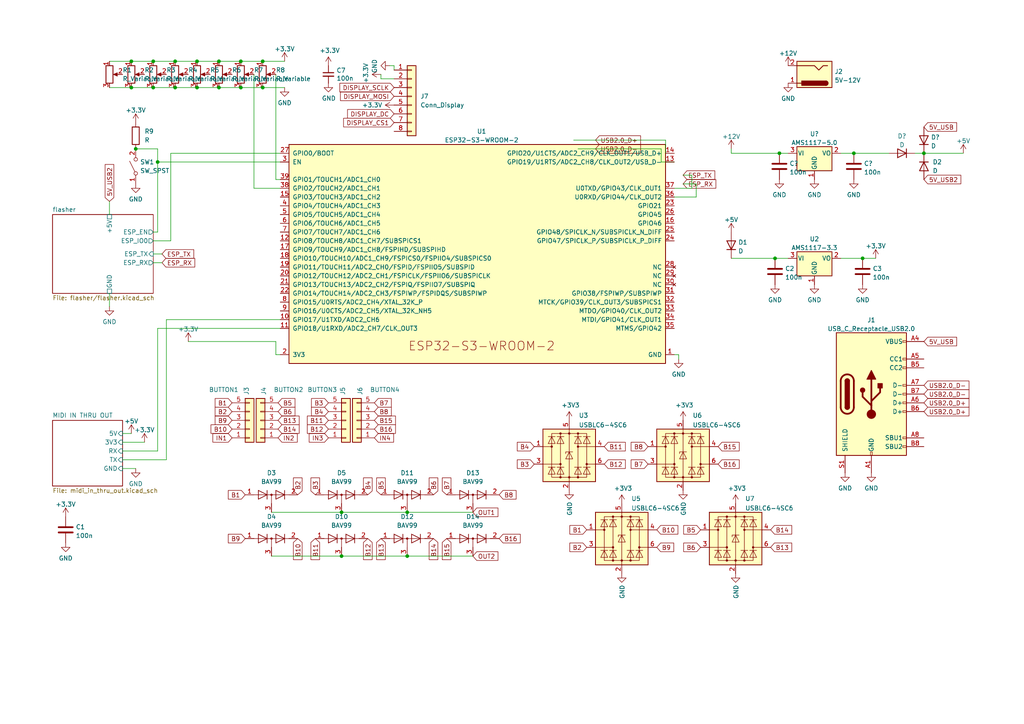
<source format=kicad_sch>
(kicad_sch (version 20230121) (generator eeschema)
  (paper "A4")
  (lib_symbols
    (symbol "Connector:Jack-DC" (pin_names (offset 1.016))
      (property "Reference" "J" (at 0 5.334 0))
      (property "Value" "Jack-DC" (at 0 -5.08 0))
      (symbol "Jack-DC_1_1"
        (pin passive line (at 7.62 2.54 180) (length 2.54) (name "~") (number "1"))
        (pin passive line (at 7.62 -2.54 180) (length 2.54) (name "~") (number "2"))
      )
    )
    (symbol "Connector:USB_C_Receptacle_USB2.0" (pin_names (offset 1.016))
      (property "Reference" "J" (at -10.16 19.05 0))
      (property "Value" "USB_C_Receptacle_USB2.0" (at 19.05 19.05 0))
      (symbol "USB_C_Receptacle_USB2.0_1_1"
        (pin passive line (at 0 -22.86 90) (length 5.08) (name "GND") (number "A1"))
        (pin passive line (at 0 -22.86 90) (length 5.08) hide (name "GND") (number "A12"))
        (pin passive line (at 15.24 15.24 180) (length 5.08) (name "VBUS") (number "A4"))
        (pin bidirectional line (at 15.24 10.16 180) (length 5.08) (name "CC1") (number "A5"))
        (pin bidirectional line (at 15.24 -2.54 180) (length 5.08) (name "D+") (number "A6"))
        (pin bidirectional line (at 15.24 2.54 180) (length 5.08) (name "D-") (number "A7"))
        (pin bidirectional line (at 15.24 -12.7 180) (length 5.08) (name "SBU1") (number "A8"))
        (pin passive line (at 15.24 15.24 180) (length 5.08) hide (name "VBUS") (number "A9"))
        (pin passive line (at 0 -22.86 90) (length 5.08) hide (name "GND") (number "B1"))
        (pin passive line (at 0 -22.86 90) (length 5.08) hide (name "GND") (number "B12"))
        (pin passive line (at 15.24 15.24 180) (length 5.08) hide (name "VBUS") (number "B4"))
        (pin bidirectional line (at 15.24 7.62 180) (length 5.08) (name "CC2") (number "B5"))
        (pin bidirectional line (at 15.24 -5.08 180) (length 5.08) (name "D+") (number "B6"))
        (pin bidirectional line (at 15.24 0 180) (length 5.08) (name "D-") (number "B7"))
        (pin bidirectional line (at 15.24 -15.24 180) (length 5.08) (name "SBU2") (number "B8"))
        (pin passive line (at 15.24 15.24 180) (length 5.08) hide (name "VBUS") (number "B9"))
        (pin passive line (at -7.62 -22.86 90) (length 5.08) (name "SHIELD") (number "S1"))
      )
    )
    (symbol "Connector_Generic:Conn_01x05" (pin_names (offset 1.016) hide)
      (property "Reference" "J" (at 0 7.62 0))
      (property "Value" "Conn_01x05" (at 0 -7.62 0))
      (symbol "Conn_01x05_1_1"
        (pin passive line (at -5.08 5.08 0) (length 3.81) (name "Pin_1") (number "1"))
        (pin passive line (at -5.08 2.54 0) (length 3.81) (name "Pin_2") (number "2"))
        (pin passive line (at -5.08 0 0) (length 3.81) (name "Pin_3") (number "3"))
        (pin passive line (at -5.08 -2.54 0) (length 3.81) (name "Pin_4") (number "4"))
        (pin passive line (at -5.08 -5.08 0) (length 3.81) (name "Pin_5") (number "5"))
      )
    )
    (symbol "Connector_Generic:Conn_01x08" (pin_names (offset 1.016) hide)
      (property "Reference" "J" (at 0 10.16 0))
      (property "Value" "Conn_01x08" (at 0 -12.7 0))
      (symbol "Conn_01x08_1_1"
        (pin passive line (at -5.08 7.62 0) (length 3.81) (name "Pin_1") (number "1"))
        (pin passive line (at -5.08 5.08 0) (length 3.81) (name "Pin_2") (number "2"))
        (pin passive line (at -5.08 2.54 0) (length 3.81) (name "Pin_3") (number "3"))
        (pin passive line (at -5.08 0 0) (length 3.81) (name "Pin_4") (number "4"))
        (pin passive line (at -5.08 -2.54 0) (length 3.81) (name "Pin_5") (number "5"))
        (pin passive line (at -5.08 -5.08 0) (length 3.81) (name "Pin_6") (number "6"))
        (pin passive line (at -5.08 -7.62 0) (length 3.81) (name "Pin_7") (number "7"))
        (pin passive line (at -5.08 -10.16 0) (length 3.81) (name "Pin_8") (number "8"))
      )
    )
    (symbol "Device:C" (pin_numbers hide) (pin_names (offset 0.254))
      (property "Reference" "C" (at 0.635 2.54 0))
      (property "Value" "C" (at 0.635 -2.54 0))
      (symbol "C_1_1"
        (pin passive line (at 0 3.81 270) (length 2.794) (name "~") (number "1"))
        (pin passive line (at 0 -3.81 90) (length 2.794) (name "~") (number "2"))
      )
    )
    (symbol "Device:C_Small" (pin_numbers hide) (pin_names (offset 0.254) hide)
      (property "Reference" "C" (at 0.254 1.778 0))
      (property "Value" "C_Small" (at 0.254 -2.032 0))
      (symbol "C_Small_1_1"
        (pin passive line (at 0 2.54 270) (length 2.032) (name "~") (number "1"))
        (pin passive line (at 0 -2.54 90) (length 2.032) (name "~") (number "2"))
      )
    )
    (symbol "Device:D" (pin_numbers hide) (pin_names (offset 1.016) hide)
      (property "Reference" "D" (at 0 2.54 0))
      (property "Value" "D" (at 0 -2.54 0))
      (symbol "D_1_1"
        (pin passive line (at -3.81 0 0) (length 2.54) (name "K") (number "1"))
        (pin passive line (at 3.81 0 180) (length 2.54) (name "A") (number "2"))
      )
    )
    (symbol "Device:R" (pin_numbers hide) (pin_names (offset 0))
      (property "Reference" "R" (at 2.032 0 90))
      (property "Value" "R" (at 0 0 90))
      (symbol "R_1_1"
        (pin passive line (at 0 3.81 270) (length 1.27) (name "~") (number "1"))
        (pin passive line (at 0 -3.81 90) (length 1.27) (name "~") (number "2"))
      )
    )
    (symbol "Device:R_Potentiometer" (pin_names (offset 1.016) hide)
      (property "Reference" "RV" (at -4.445 0 90))
      (property "Value" "R_Potentiometer" (at -2.54 0 90))
      (symbol "R_Potentiometer_1_1"
        (pin passive line (at 0 3.81 270) (length 1.27) (name "1") (number "1"))
        (pin passive line (at 3.81 0 180) (length 1.27) (name "2") (number "2"))
        (pin passive line (at 0 -3.81 90) (length 1.27) (name "3") (number "3"))
      )
    )
    (symbol "Diode:BAV99" (pin_names hide)
      (property "Reference" "D" (at 0 5.08 0))
      (property "Value" "BAV99" (at 0 2.54 0))
      (symbol "BAV99_1_1"
        (pin passive line (at -7.62 0 0) (length 2.54) (name "K") (number "1"))
        (pin passive line (at 7.62 0 180) (length 2.54) (name "A") (number "2"))
        (pin passive line (at 0 -5.08 90) (length 2.54) (name "K") (number "3"))
      )
    )
    (symbol "Espressif:ESP32-S3-WROOM-2" (pin_names (offset 1.016))
      (property "Reference" "U" (at -55.88 38.1 0))
      (property "Value" "ESP32-S3-WROOM-2" (at -55.88 35.56 0))
      (symbol "ESP32-S3-WROOM-2_0_0"
        (text "ESP32-S3-WROOM-2" (at 0 -25.4 0) (effects (font (size 2.54 2.54))))
        (pin power_in line (at 55.88 -27.94 180) (length 2.54) (name "GND") (number "1"))
        (pin bidirectional line (at -58.42 -17.78 0) (length 2.54) (name "GPIO17/U1TXD/ADC2_CH6") (number "10"))
        (pin bidirectional line (at -58.42 -20.32 0) (length 2.54) (name "GPIO18/U1RXD/ADC2_CH7/CLK_OUT3") (number "11"))
        (pin bidirectional line (at -58.42 5.08 0) (length 2.54) (name "GPIO8/TOUCH8/ADC1_CH7/SUBSPICS1") (number "12"))
        (pin bidirectional line (at 55.88 27.94 180) (length 2.54) (name "GPIO19/U1RTS/ADC2_CH8/CLK_OUT2/USB_D-") (number "13"))
        (pin bidirectional line (at 55.88 30.48 180) (length 2.54) (name "GPIO20/U1CTS/ADC2_CH9/CLK_OUT1/USB_D+") (number "14"))
        (pin bidirectional line (at -58.42 17.78 0) (length 2.54) (name "GPIO3/TOUCH3/ADC1_CH2") (number "15"))
        (pin bidirectional line (at 55.88 10.16 180) (length 2.54) (name "GPIO46") (number "16"))
        (pin bidirectional line (at -58.42 2.54 0) (length 2.54) (name "GPIO9/TOUCH9/ADC1_CH8/FSPIHD/SUBSPIHD") (number "17"))
        (pin bidirectional line (at -58.42 0 0) (length 2.54) (name "GPIO10/TOUCH10/ADC1_CH9/FSPICS0/FSPIIO4/SUBSPICS0") (number "18"))
        (pin bidirectional line (at -58.42 -2.54 0) (length 2.54) (name "GPIO11/TOUCH11/ADC2_CH0/FSPID/FSPIIO5/SUBSPID") (number "19"))
        (pin power_in line (at -58.42 -27.94 0) (length 2.54) (name "3V3") (number "2"))
        (pin bidirectional line (at -58.42 -5.08 0) (length 2.54) (name "GPIO12/TOUCH12/ADC2_CH1/FSPICLK/FSPIIO6/SUBSPICLK") (number "20"))
        (pin bidirectional line (at -58.42 -7.62 0) (length 2.54) (name "GPIO13/TOUCH13/ADC2_CH2/FSPIQ/FSPIIO7/SUBSPIQ") (number "21"))
        (pin bidirectional line (at -58.42 -10.16 0) (length 2.54) (name "GPIO14/TOUCH14/ADC2_CH3/FSPIWP/FSPIDQS/SUBSPIWP") (number "22"))
        (pin bidirectional line (at 55.88 15.24 180) (length 2.54) (name "GPIO21") (number "23"))
        (pin bidirectional line (at 55.88 5.08 180) (length 2.54) (name "GPIO47/SPICLK_P/SUBSPICLK_P_DIFF") (number "24"))
        (pin bidirectional line (at 55.88 7.62 180) (length 2.54) (name "GPIO48/SPICLK_N/SUBSPICLK_N_DIFF") (number "25"))
        (pin bidirectional line (at 55.88 12.7 180) (length 2.54) (name "GPIO45") (number "26"))
        (pin bidirectional line (at -58.42 30.48 0) (length 2.54) (name "GPIO0/BOOT") (number "27"))
        (pin no_connect line (at 55.88 -2.54 180) (length 2.54) (name "NC") (number "28"))
        (pin no_connect line (at 55.88 -5.08 180) (length 2.54) (name "NC") (number "29"))
        (pin input line (at -58.42 27.94 0) (length 2.54) (name "EN") (number "3"))
        (pin no_connect line (at 55.88 -7.62 180) (length 2.54) (name "NC") (number "30"))
        (pin bidirectional line (at 55.88 -10.16 180) (length 2.54) (name "GPIO38/FSPIWP/SUBSPIWP") (number "31"))
        (pin bidirectional line (at 55.88 -12.7 180) (length 2.54) (name "MTCK/GPIO39/CLK_OUT3/SUBSPICS1") (number "32"))
        (pin bidirectional line (at 55.88 -15.24 180) (length 2.54) (name "MTDO/GPIO40/CLK_OUT2") (number "33"))
        (pin bidirectional line (at 55.88 -17.78 180) (length 2.54) (name "MTDI/GPIO41/CLK_OUT1") (number "34"))
        (pin bidirectional line (at 55.88 -20.32 180) (length 2.54) (name "MTMS/GPIO42") (number "35"))
        (pin bidirectional line (at 55.88 17.78 180) (length 2.54) (name "U0RXD/GPIO44/CLK_OUT2") (number "36"))
        (pin bidirectional line (at 55.88 20.32 180) (length 2.54) (name "U0TXD/GPIO43/CLK_OUT1") (number "37"))
        (pin bidirectional line (at -58.42 20.32 0) (length 2.54) (name "GPIO2/TOUCH2/ADC1_CH1") (number "38"))
        (pin bidirectional line (at -58.42 22.86 0) (length 2.54) (name "GPIO1/TOUCH1/ADC1_CH0") (number "39"))
        (pin bidirectional line (at -58.42 15.24 0) (length 2.54) (name "GPIO4/TOUCH4/ADC1_CH3") (number "4"))
        (pin passive line (at 55.88 -27.94 180) (length 2.54) hide (name "GND") (number "40"))
        (pin passive line (at 55.88 -27.94 180) (length 2.54) hide (name "GND") (number "41"))
        (pin bidirectional line (at -58.42 12.7 0) (length 2.54) (name "GPIO5/TOUCH5/ADC1_CH4") (number "5"))
        (pin bidirectional line (at -58.42 10.16 0) (length 2.54) (name "GPIO6/TOUCH6/ADC1_CH5") (number "6"))
        (pin bidirectional line (at -58.42 7.62 0) (length 2.54) (name "GPIO7/TOUCH7/ADC1_CH6") (number "7"))
        (pin bidirectional line (at -58.42 -12.7 0) (length 2.54) (name "GPIO15/U0RTS/ADC2_CH4/XTAL_32K_P") (number "8"))
        (pin bidirectional line (at -58.42 -15.24 0) (length 2.54) (name "GPIO16/U0CTS/ADC2_CH5/XTAL_32K_NH5") (number "9"))
      )
    )
    (symbol "Power_Protection:USBLC6-4SC6" (pin_names hide)
      (property "Reference" "U" (at 2.54 8.89 0))
      (property "Value" "USBLC6-4SC6" (at 2.54 -8.89 0))
      (symbol "USBLC6-4SC6_1_1"
        (pin passive line (at -10.16 2.54 0) (length 2.54) (name "I/O1") (number "1"))
        (pin passive line (at 0 -10.16 90) (length 2.54) (name "GND") (number "2"))
        (pin passive line (at -10.16 -2.54 0) (length 2.54) (name "I/O2") (number "3"))
        (pin passive line (at 10.16 2.54 180) (length 2.54) (name "I/O3") (number "4"))
        (pin passive line (at 0 10.16 270) (length 2.54) (name "VBUS") (number "5"))
        (pin passive line (at 10.16 -2.54 180) (length 2.54) (name "I/O4") (number "6"))
      )
    )
    (symbol "Regulator_Linear:AMS1117-3.3" (pin_names (offset 0.254))
      (property "Reference" "U" (at -3.81 3.175 0))
      (property "Value" "AMS1117-3.3" (at 0 3.175 0))
      (symbol "AMS1117-3.3_1_1"
        (pin power_in line (at 0 -7.62 90) (length 2.54) (name "GND") (number "1"))
        (pin power_out line (at 7.62 0 180) (length 2.54) (name "VO") (number "2"))
        (pin power_in line (at -7.62 0 0) (length 2.54) (name "VI") (number "3"))
      )
    )
    (symbol "Regulator_Linear:AMS1117-5.0" (pin_names (offset 0.254))
      (property "Reference" "U" (at -3.81 3.175 0))
      (property "Value" "AMS1117-5.0" (at 0 3.175 0))
      (symbol "AMS1117-5.0_1_1"
        (pin power_in line (at 0 -7.62 90) (length 2.54) (name "GND") (number "1"))
        (pin power_out line (at 7.62 0 180) (length 2.54) (name "VO") (number "2"))
        (pin power_in line (at -7.62 0 0) (length 2.54) (name "VI") (number "3"))
      )
    )
    (symbol "Switch:SW_SPST" (pin_names (offset 0) hide)
      (property "Reference" "SW" (at 0 3.175 0))
      (property "Value" "SW_SPST" (at 0 -2.54 0))
      (symbol "SW_SPST_1_1"
        (pin passive line (at -5.08 0 0) (length 2.54) (name "A") (number "1"))
        (pin passive line (at 5.08 0 180) (length 2.54) (name "B") (number "2"))
      )
    )
    (symbol "power:+12V" (power) (pin_names (offset 0))
      (property "Value" "+12V" (at 0 3.556 0))
      (symbol "+12V_1_1"
        (pin power_in line (at 0 0 90) (length 0) hide (name "+12V") (number "1"))
      )
    )
    (symbol "power:+3.3V" (power) (pin_names (offset 0))
      (property "Value" "+3.3V" (at 0 3.556 0))
      (symbol "+3.3V_1_1"
        (pin power_in line (at 0 0 90) (length 0) hide (name "+3.3V") (number "1"))
      )
    )
    (symbol "power:+3V3" (power) (pin_names (offset 0))
      (property "Value" "+3V3" (at 0 3.556 0))
      (symbol "+3V3_1_1"
        (pin power_in line (at 0 0 90) (length 0) hide (name "+3V3") (number "1"))
      )
    )
    (symbol "power:+5V" (power) (pin_names (offset 0))
      (property "Value" "+5V" (at 0 3.556 0))
      (symbol "+5V_1_1"
        (pin power_in line (at 0 0 90) (length 0) hide (name "+5V") (number "1"))
      )
    )
    (symbol "power:GND" (power) (pin_names (offset 0))
      (property "Value" "GND" (at 0 -3.81 0))
      (symbol "GND_1_1"
        (pin power_in line (at 0 0 270) (length 0) hide (name "GND") (number "1"))
      )
    )
  )
  (junction (at 250.19 74.93))
  (junction (at 38.1 17.78))
  (junction (at 99.06 161.29))
  (junction (at 38.1 25.4))
  (junction (at 99.06 148.59))
  (junction (at 118.11 148.59))
  (junction (at 57.15 17.78))
  (junction (at 226.06 44.45))
  (junction (at 39.37 43.18))
  (junction (at 224.79 74.93))
  (junction (at 44.45 17.78))
  (junction (at 50.8 17.78))
  (junction (at 45.72 46.99))
  (junction (at 69.85 17.78))
  (junction (at 118.11 161.29))
  (junction (at 76.2 17.78))
  (junction (at 44.45 25.4))
  (junction (at 247.65 44.45))
  (junction (at 267.97 44.45))
  (junction (at 50.8 25.4))
  (junction (at 63.5 17.78))
  (junction (at 76.2 25.4))
  (junction (at 63.5 25.4))
  (junction (at 57.15 25.4))
  (junction (at 69.85 25.4))
  (wire (pts (xy 212.09 44.45) (xy 226.06 44.45)))
  (wire (pts (xy 200.66 50.8) (xy 198.12 50.8)))
  (wire (pts (xy 48.26 92.71) (xy 81.28 92.71)))
  (wire (pts (xy 31.75 17.78) (xy 38.1 17.78)))
  (wire (pts (xy 226.06 44.45) (xy 228.6 44.45)))
  (wire (pts (xy 35.56 128.27) (xy 41.91 128.27)))
  (wire (pts (xy 45.72 67.31) (xy 45.72 46.99)))
  (wire (pts (xy 212.09 43.18) (xy 212.09 44.45)))
  (wire (pts (xy 243.84 44.45) (xy 247.65 44.45)))
  (wire (pts (xy 118.11 161.29) (xy 137.16 161.29)))
  (wire (pts (xy 200.66 54.61) (xy 200.66 50.8)))
  (wire (pts (xy 44.45 69.85) (xy 49.53 69.85)))
  (wire (pts (xy 80.01 102.87) (xy 81.28 102.87)))
  (wire (pts (xy 250.19 74.93) (xy 254 74.93)))
  (wire (pts (xy 69.85 25.4) (xy 76.2 25.4)))
  (wire (pts (xy 44.45 17.78) (xy 50.8 17.78)))
  (wire (pts (xy 49.53 69.85) (xy 49.53 44.45)))
  (wire (pts (xy 45.72 95.25) (xy 81.28 95.25)))
  (wire (pts (xy 49.53 44.45) (xy 81.28 44.45)))
  (wire (pts (xy 99.06 148.59) (xy 118.11 148.59)))
  (wire (pts (xy 35.56 135.89) (xy 39.37 135.89)))
  (wire (pts (xy 265.43 44.45) (xy 267.97 44.45)))
  (wire (pts (xy 118.11 148.59) (xy 137.16 148.59)))
  (wire (pts (xy 39.37 43.18) (xy 45.72 43.18)))
  (wire (pts (xy 201.93 57.15) (xy 201.93 53.34)))
  (wire (pts (xy 44.45 25.4) (xy 50.8 25.4)))
  (wire (pts (xy 44.45 67.31) (xy 45.72 67.31)))
  (wire (pts (xy 31.75 58.42) (xy 31.75 62.23)))
  (wire (pts (xy 63.5 25.4) (xy 69.85 25.4)))
  (wire (pts (xy 57.15 17.78) (xy 63.5 17.78)))
  (wire (pts (xy 80.01 21.59) (xy 80.01 52.07)))
  (wire (pts (xy 78.74 148.59) (xy 99.06 148.59)))
  (wire (pts (xy 193.04 40.64) (xy 166.37 40.64)))
  (wire (pts (xy 243.84 74.93) (xy 250.19 74.93)))
  (wire (pts (xy 76.2 25.4) (xy 82.55 25.4)))
  (wire (pts (xy 195.58 57.15) (xy 201.93 57.15)))
  (wire (pts (xy 76.2 17.78) (xy 82.55 17.78)))
  (wire (pts (xy 44.45 73.66) (xy 46.99 73.66)))
  (wire (pts (xy 114.3 19.05) (xy 114.3 20.32)))
  (wire (pts (xy 267.97 44.45) (xy 279.4 44.45)))
  (wire (pts (xy 31.75 25.4) (xy 38.1 25.4)))
  (wire (pts (xy 80.01 99.06) (xy 54.61 99.06)))
  (wire (pts (xy 195.58 102.87) (xy 196.85 102.87)))
  (wire (pts (xy 113.03 19.05) (xy 114.3 19.05)))
  (wire (pts (xy 31.75 85.09) (xy 31.75 88.9)))
  (wire (pts (xy 99.06 161.29) (xy 118.11 161.29)))
  (wire (pts (xy 191.77 46.99) (xy 195.58 46.99)))
  (wire (pts (xy 73.66 54.61) (xy 81.28 54.61)))
  (wire (pts (xy 78.74 161.29) (xy 99.06 161.29)))
  (wire (pts (xy 196.85 102.87) (xy 196.85 104.14)))
  (wire (pts (xy 50.8 25.4) (xy 57.15 25.4)))
  (wire (pts (xy 63.5 17.78) (xy 69.85 17.78)))
  (wire (pts (xy 45.72 46.99) (xy 45.72 43.18)))
  (wire (pts (xy 110.49 22.86) (xy 114.3 22.86)))
  (wire (pts (xy 45.72 46.99) (xy 81.28 46.99)))
  (wire (pts (xy 45.72 130.81) (xy 45.72 95.25)))
  (wire (pts (xy 35.56 133.35) (xy 48.26 133.35)))
  (wire (pts (xy 38.1 17.78) (xy 44.45 17.78)))
  (wire (pts (xy 73.66 21.59) (xy 73.66 54.61)))
  (wire (pts (xy 247.65 44.45) (xy 257.81 44.45)))
  (wire (pts (xy 193.04 44.45) (xy 193.04 40.64)))
  (wire (pts (xy 193.04 44.45) (xy 195.58 44.45)))
  (wire (pts (xy 69.85 17.78) (xy 76.2 17.78)))
  (wire (pts (xy 50.8 17.78) (xy 57.15 17.78)))
  (wire (pts (xy 224.79 74.93) (xy 228.6 74.93)))
  (wire (pts (xy 48.26 133.35) (xy 48.26 92.71)))
  (wire (pts (xy 80.01 52.07) (xy 81.28 52.07)))
  (wire (pts (xy 195.58 54.61) (xy 200.66 54.61)))
  (wire (pts (xy 57.15 25.4) (xy 63.5 25.4)))
  (wire (pts (xy 212.09 74.93) (xy 224.79 74.93)))
  (wire (pts (xy 38.1 25.4) (xy 44.45 25.4)))
  (wire (pts (xy 44.45 76.2) (xy 46.99 76.2)))
  (wire (pts (xy 35.56 130.81) (xy 45.72 130.81)))
  (wire (pts (xy 191.77 46.99) (xy 191.77 43.18)))
  (wire (pts (xy 35.56 125.73) (xy 38.1 125.73)))
  (wire (pts (xy 110.49 21.59) (xy 110.49 22.86)))
  (wire (pts (xy 80.01 102.87) (xy 80.01 99.06)))
  (wire (pts (xy 201.93 53.34) (xy 198.12 53.34)))
  (wire (pts (xy 191.77 43.18) (xy 167.64 43.18)))
  (global_label "B11" (shape input) (at 175.26 129.54 0) (property "Intersheetrefs" "${INTERSHEET_REFS}" (effects hide)) (property "Referenzen zwischen Schaltplänen" "${INTERSHEET_REFS}" (effects hide)))
  (global_label "USB2.0_D-" (shape input) (at 267.97 114.3 0) (property "Intersheetrefs" "${INTERSHEET_REFS}" (effects hide)))
  (global_label "B12" (shape input) (at 95.25 124.46 180) (property "Intersheetrefs" "${INTERSHEET_REFS}" (effects hide)) (property "Referenzen zwischen Schaltplänen" "${INTERSHEET_REFS}" (effects hide)))
  (global_label "B3" (shape input) (at 91.44 143.51 90) (property "Intersheetrefs" "${INTERSHEET_REFS}" (effects hide)) (property "Referenzen zwischen Schaltplänen" "${INTERSHEET_REFS}" (effects hide)))
  (global_label "ESP_RX" (shape input) (at 198.12 53.34 0) (property "Intersheetrefs" "${INTERSHEET_REFS}" (effects hide)))
  (global_label "B1" (shape input) (at 67.31 116.84 180) (property "Intersheetrefs" "${INTERSHEET_REFS}" (effects hide)) (property "Referenzen zwischen Schaltplänen" "${INTERSHEET_REFS}" (effects hide)))
  (global_label "B7" (shape input) (at 187.96 134.62 180) (property "Intersheetrefs" "${INTERSHEET_REFS}" (effects hide)) (property "Referenzen zwischen Schaltplänen" "${INTERSHEET_REFS}" (effects hide)))
  (global_label "B6" (shape input) (at 125.73 143.51 90) (property "Intersheetrefs" "${INTERSHEET_REFS}" (effects hide)) (property "Referenzen zwischen Schaltplänen" "${INTERSHEET_REFS}" (effects hide)))
  (global_label "B6" (shape input) (at 203.2 158.75 180) (property "Intersheetrefs" "${INTERSHEET_REFS}" (effects hide)) (property "Referenzen zwischen Schaltplänen" "${INTERSHEET_REFS}" (effects hide)))
  (global_label "B15" (shape input) (at 129.54 156.21 270) (property "Intersheetrefs" "${INTERSHEET_REFS}" (effects hide)) (property "Referenzen zwischen Schaltplänen" "${INTERSHEET_REFS}" (effects hide)))
  (global_label "B5" (shape input) (at 203.2 153.67 180) (property "Intersheetrefs" "${INTERSHEET_REFS}" (effects hide)) (property "Referenzen zwischen Schaltplänen" "${INTERSHEET_REFS}" (effects hide)))
  (global_label "5V_USB2" (shape input) (at 267.97 52.07 0) (property "Intersheetrefs" "${INTERSHEET_REFS}" (effects hide)))
  (global_label "IN2" (shape input) (at 80.645 127 0) (property "Intersheetrefs" "${INTERSHEET_REFS}" (effects hide)) (property "Referenzen zwischen Schaltplänen" "${INTERSHEET_REFS}" (effects hide)))
  (global_label "B11" (shape input) (at 95.25 121.92 180) (property "Intersheetrefs" "${INTERSHEET_REFS}" (effects hide)) (property "Referenzen zwischen Schaltplänen" "${INTERSHEET_REFS}" (effects hide)))
  (global_label "USB2.0_D-" (shape input) (at 172.72 43.18 0) (property "Intersheetrefs" "${INTERSHEET_REFS}" (effects hide)))
  (global_label "ESP_TX" (shape input) (at 46.99 73.66 0) (property "Intersheetrefs" "${INTERSHEET_REFS}" (effects hide)))
  (global_label "B16" (shape input) (at 108.585 124.46 0) (property "Intersheetrefs" "${INTERSHEET_REFS}" (effects hide)) (property "Referenzen zwischen Schaltplänen" "${INTERSHEET_REFS}" (effects hide)))
  (global_label "B13" (shape input) (at 223.52 158.75 0) (property "Intersheetrefs" "${INTERSHEET_REFS}" (effects hide)) (property "Referenzen zwischen Schaltplänen" "${INTERSHEET_REFS}" (effects hide)))
  (global_label "DISPLAY_CS1" (shape input) (at 114.3 35.56 180) (property "Intersheetrefs" "${INTERSHEET_REFS}" (effects hide)) (property "Referenzen zwischen Schaltplänen" "${INTERSHEET_REFS}" (effects hide)))
  (global_label "IN1" (shape input) (at 67.31 127 180) (property "Intersheetrefs" "${INTERSHEET_REFS}" (effects hide)) (property "Referenzen zwischen Schaltplänen" "${INTERSHEET_REFS}" (effects hide)))
  (global_label "B3" (shape input) (at 95.25 116.84 180) (property "Intersheetrefs" "${INTERSHEET_REFS}" (effects hide)) (property "Referenzen zwischen Schaltplänen" "${INTERSHEET_REFS}" (effects hide)))
  (global_label "5V_USB2" (shape input) (at 31.75 58.42 90) (property "Intersheetrefs" "${INTERSHEET_REFS}" (effects hide)))
  (global_label "B10" (shape input) (at 67.31 124.46 180) (property "Intersheetrefs" "${INTERSHEET_REFS}" (effects hide)) (property "Referenzen zwischen Schaltplänen" "${INTERSHEET_REFS}" (effects hide)))
  (global_label "B14" (shape input) (at 125.73 156.21 270) (property "Intersheetrefs" "${INTERSHEET_REFS}" (effects hide)) (property "Referenzen zwischen Schaltplänen" "${INTERSHEET_REFS}" (effects hide)))
  (global_label "DISPLAY_SCLK" (shape input) (at 114.3 25.4 180) (property "Intersheetrefs" "${INTERSHEET_REFS}" (effects hide)) (property "Referenzen zwischen Schaltplänen" "${INTERSHEET_REFS}" (effects hide)))
  (global_label "USB2.0_D+" (shape input) (at 172.72 40.64 0) (property "Intersheetrefs" "${INTERSHEET_REFS}" (effects hide)))
  (global_label "USB2.0_D-" (shape input) (at 267.97 111.76 0) (property "Intersheetrefs" "${INTERSHEET_REFS}" (effects hide)))
  (global_label "B13" (shape input) (at 80.645 121.92 0) (property "Intersheetrefs" "${INTERSHEET_REFS}" (effects hide)) (property "Referenzen zwischen Schaltplänen" "${INTERSHEET_REFS}" (effects hide)))
  (global_label "B15" (shape input) (at 208.28 129.54 0) (property "Intersheetrefs" "${INTERSHEET_REFS}" (effects hide)) (property "Referenzen zwischen Schaltplänen" "${INTERSHEET_REFS}" (effects hide)))
  (global_label "B14" (shape input) (at 223.52 153.67 0) (property "Intersheetrefs" "${INTERSHEET_REFS}" (effects hide)) (property "Referenzen zwischen Schaltplänen" "${INTERSHEET_REFS}" (effects hide)))
  (global_label "B10" (shape input) (at 86.36 156.21 270) (property "Intersheetrefs" "${INTERSHEET_REFS}" (effects hide)) (property "Referenzen zwischen Schaltplänen" "${INTERSHEET_REFS}" (effects hide)))
  (global_label "B9" (shape input) (at 67.31 121.92 180) (property "Intersheetrefs" "${INTERSHEET_REFS}" (effects hide)) (property "Referenzen zwischen Schaltplänen" "${INTERSHEET_REFS}" (effects hide)))
  (global_label "USB2.0_D+" (shape input) (at 267.97 116.84 0) (property "Intersheetrefs" "${INTERSHEET_REFS}" (effects hide)))
  (global_label "B9" (shape input) (at 71.12 156.21 180) (property "Intersheetrefs" "${INTERSHEET_REFS}" (effects hide)) (property "Referenzen zwischen Schaltplänen" "${INTERSHEET_REFS}" (effects hide)))
  (global_label "IN3" (shape input) (at 95.25 127 180) (property "Intersheetrefs" "${INTERSHEET_REFS}" (effects hide)) (property "Referenzen zwischen Schaltplänen" "${INTERSHEET_REFS}" (effects hide)))
  (global_label "B8" (shape input) (at 108.585 119.38 0) (property "Intersheetrefs" "${INTERSHEET_REFS}" (effects hide)) (property "Referenzen zwischen Schaltplänen" "${INTERSHEET_REFS}" (effects hide)))
  (global_label "B16" (shape input) (at 208.28 134.62 0) (property "Intersheetrefs" "${INTERSHEET_REFS}" (effects hide)) (property "Referenzen zwischen Schaltplänen" "${INTERSHEET_REFS}" (effects hide)))
  (global_label "OUT1" (shape input) (at 137.16 148.59 0) (property "Intersheetrefs" "${INTERSHEET_REFS}" (effects hide)) (property "Referenzen zwischen Schaltplänen" "${INTERSHEET_REFS}" (effects hide)))
  (global_label "USB2.0_D+" (shape input) (at 267.97 119.38 0) (property "Intersheetrefs" "${INTERSHEET_REFS}" (effects hide)))
  (global_label "B7" (shape input) (at 129.54 143.51 90) (property "Intersheetrefs" "${INTERSHEET_REFS}" (effects hide)) (property "Referenzen zwischen Schaltplänen" "${INTERSHEET_REFS}" (effects hide)))
  (global_label "B1" (shape input) (at 71.12 143.51 180) (property "Intersheetrefs" "${INTERSHEET_REFS}" (effects hide)) (property "Referenzen zwischen Schaltplänen" "${INTERSHEET_REFS}" (effects hide)))
  (global_label "B9" (shape input) (at 190.5 158.75 0) (property "Intersheetrefs" "${INTERSHEET_REFS}" (effects hide)) (property "Referenzen zwischen Schaltplänen" "${INTERSHEET_REFS}" (effects hide)))
  (global_label "ESP_RX" (shape input) (at 46.99 76.2 0) (property "Intersheetrefs" "${INTERSHEET_REFS}" (effects hide)))
  (global_label "OUT2" (shape input) (at 137.16 161.29 0) (property "Intersheetrefs" "${INTERSHEET_REFS}" (effects hide)) (property "Referenzen zwischen Schaltplänen" "${INTERSHEET_REFS}" (effects hide)))
  (global_label "B7" (shape input) (at 108.585 116.84 0) (property "Intersheetrefs" "${INTERSHEET_REFS}" (effects hide)) (property "Referenzen zwischen Schaltplänen" "${INTERSHEET_REFS}" (effects hide)))
  (global_label "B13" (shape input) (at 110.49 156.21 270) (property "Intersheetrefs" "${INTERSHEET_REFS}" (effects hide)) (property "Referenzen zwischen Schaltplänen" "${INTERSHEET_REFS}" (effects hide)))
  (global_label "B2" (shape input) (at 170.18 158.75 180) (property "Intersheetrefs" "${INTERSHEET_REFS}" (effects hide)) (property "Referenzen zwischen Schaltplänen" "${INTERSHEET_REFS}" (effects hide)))
  (global_label "B3" (shape input) (at 154.94 134.62 180) (property "Intersheetrefs" "${INTERSHEET_REFS}" (effects hide)) (property "Referenzen zwischen Schaltplänen" "${INTERSHEET_REFS}" (effects hide)))
  (global_label "B4" (shape input) (at 106.68 143.51 90) (property "Intersheetrefs" "${INTERSHEET_REFS}" (effects hide)) (property "Referenzen zwischen Schaltplänen" "${INTERSHEET_REFS}" (effects hide)))
  (global_label "B1" (shape input) (at 170.18 153.67 180) (property "Intersheetrefs" "${INTERSHEET_REFS}" (effects hide)) (property "Referenzen zwischen Schaltplänen" "${INTERSHEET_REFS}" (effects hide)))
  (global_label "DISPLAY_MOSI" (shape input) (at 114.3 27.94 180) (property "Intersheetrefs" "${INTERSHEET_REFS}" (effects hide)) (property "Referenzen zwischen Schaltplänen" "${INTERSHEET_REFS}" (effects hide)))
  (global_label "IN4" (shape input) (at 108.585 127 0) (property "Intersheetrefs" "${INTERSHEET_REFS}" (effects hide)) (property "Referenzen zwischen Schaltplänen" "${INTERSHEET_REFS}" (effects hide)))
  (global_label "B2" (shape input) (at 67.31 119.38 180) (property "Intersheetrefs" "${INTERSHEET_REFS}" (effects hide)) (property "Referenzen zwischen Schaltplänen" "${INTERSHEET_REFS}" (effects hide)))
  (global_label "B6" (shape input) (at 80.645 119.38 0) (property "Intersheetrefs" "${INTERSHEET_REFS}" (effects hide)) (property "Referenzen zwischen Schaltplänen" "${INTERSHEET_REFS}" (effects hide)))
  (global_label "B5" (shape input) (at 80.645 116.84 0) (property "Intersheetrefs" "${INTERSHEET_REFS}" (effects hide)) (property "Referenzen zwischen Schaltplänen" "${INTERSHEET_REFS}" (effects hide)))
  (global_label "B8" (shape input) (at 187.96 129.54 180) (property "Intersheetrefs" "${INTERSHEET_REFS}" (effects hide)) (property "Referenzen zwischen Schaltplänen" "${INTERSHEET_REFS}" (effects hide)))
  (global_label "B4" (shape input) (at 154.94 129.54 180) (property "Intersheetrefs" "${INTERSHEET_REFS}" (effects hide)) (property "Referenzen zwischen Schaltplänen" "${INTERSHEET_REFS}" (effects hide)))
  (global_label "B12" (shape input) (at 175.26 134.62 0) (property "Intersheetrefs" "${INTERSHEET_REFS}" (effects hide)) (property "Referenzen zwischen Schaltplänen" "${INTERSHEET_REFS}" (effects hide)))
  (global_label "B11" (shape input) (at 91.44 156.21 270) (property "Intersheetrefs" "${INTERSHEET_REFS}" (effects hide)) (property "Referenzen zwischen Schaltplänen" "${INTERSHEET_REFS}" (effects hide)))
  (global_label "B10" (shape input) (at 190.5 153.67 0) (property "Intersheetrefs" "${INTERSHEET_REFS}" (effects hide)) (property "Referenzen zwischen Schaltplänen" "${INTERSHEET_REFS}" (effects hide)))
  (global_label "B4" (shape input) (at 95.25 119.38 180) (property "Intersheetrefs" "${INTERSHEET_REFS}" (effects hide)) (property "Referenzen zwischen Schaltplänen" "${INTERSHEET_REFS}" (effects hide)))
  (global_label "DISPLAY_DC" (shape input) (at 114.3 33.02 180) (property "Intersheetrefs" "${INTERSHEET_REFS}" (effects hide)) (property "Referenzen zwischen Schaltplänen" "${INTERSHEET_REFS}" (effects hide)))
  (global_label "B2" (shape input) (at 86.36 143.51 90) (property "Intersheetrefs" "${INTERSHEET_REFS}" (effects hide)) (property "Referenzen zwischen Schaltplänen" "${INTERSHEET_REFS}" (effects hide)))
  (global_label "5V_USB" (shape input) (at 267.97 36.83 0) (property "Intersheetrefs" "${INTERSHEET_REFS}" (effects hide)))
  (global_label "B8" (shape input) (at 144.78 143.51 0) (property "Intersheetrefs" "${INTERSHEET_REFS}" (effects hide)) (property "Referenzen zwischen Schaltplänen" "${INTERSHEET_REFS}" (effects hide)))
  (global_label "B16" (shape input) (at 144.78 156.21 0) (property "Intersheetrefs" "${INTERSHEET_REFS}" (effects hide)) (property "Referenzen zwischen Schaltplänen" "${INTERSHEET_REFS}" (effects hide)))
  (global_label "B5" (shape input) (at 110.49 143.51 90) (property "Intersheetrefs" "${INTERSHEET_REFS}" (effects hide)) (property "Referenzen zwischen Schaltplänen" "${INTERSHEET_REFS}" (effects hide)))
  (global_label "B15" (shape input) (at 108.585 121.92 0) (property "Intersheetrefs" "${INTERSHEET_REFS}" (effects hide)) (property "Referenzen zwischen Schaltplänen" "${INTERSHEET_REFS}" (effects hide)))
  (global_label "B12" (shape input) (at 106.68 156.21 270) (property "Intersheetrefs" "${INTERSHEET_REFS}" (effects hide)) (property "Referenzen zwischen Schaltplänen" "${INTERSHEET_REFS}" (effects hide)))
  (global_label "5V_USB" (shape input) (at 267.97 99.06 0) (property "Intersheetrefs" "${INTERSHEET_REFS}" (effects hide)))
  (global_label "B14" (shape input) (at 80.645 124.46 0) (property "Intersheetrefs" "${INTERSHEET_REFS}" (effects hide)) (property "Referenzen zwischen Schaltplänen" "${INTERSHEET_REFS}" (effects hide)))
  (global_label "ESP_TX" (shape input) (at 198.12 50.8 0) (property "Intersheetrefs" "${INTERSHEET_REFS}" (effects hide)))
  (symbol (lib_id "Device:R_Potentiometer") (at 69.85 21.59 0) (unit 1)
    (property "Reference" "R7" (at 73.66 20.32 0) (effects (justify left)))
    (property "Value" "R_Variable" (at 73.66 22.86 0) (effects (justify left)))
  )
  (symbol (lib_id "Diode:BAV99") (at 118.11 143.51 0) (unit 1)
    (property "Reference" "D11" (at 118.11 137.16 0))
    (property "Value" "BAV99" (at 118.11 139.7 0))
    (property "Footprint" "Package_TO_SOT_SMD:SOT-23" (effects hide))
    (property "Datasheet" "https://assets.nexperia.com/documents/data-sheet/BAV99_SER.pdf" (effects hide))
  )
  (symbol (lib_id "Device:C") (at 247.65 48.26 0) (unit 1)
    (property "Reference" "C?" (at 250.571 47.4253 0) (effects (justify left)))
    (property "Value" "100n" (at 250.571 49.9622 0) (effects (justify left)))
  )
  (symbol (lib_id "Diode:BAV99") (at 118.11 156.21 0) (unit 1)
    (property "Reference" "D12" (at 118.11 149.86 0))
    (property "Value" "BAV99" (at 118.11 152.4 0))
    (property "Footprint" "Package_TO_SOT_SMD:SOT-23" (effects hide))
    (property "Datasheet" "https://assets.nexperia.com/documents/data-sheet/BAV99_SER.pdf" (effects hide))
  )
  (symbol (lib_id "power:+5V") (at 212.09 67.31 0) (unit 1)
    (property "Reference" "#PWR0115" (effects hide))
    (property "Value" "+5V" (at 212.09 63.7342 0))
  )
  (symbol (lib_id "Diode:BAV99") (at 137.16 143.51 0) (unit 1)
    (property "Reference" "D13" (at 137.16 137.16 0))
    (property "Value" "BAV99" (at 137.16 139.7 0))
    (property "Footprint" "Package_TO_SOT_SMD:SOT-23" (effects hide))
    (property "Datasheet" "https://assets.nexperia.com/documents/data-sheet/BAV99_SER.pdf" (effects hide))
  )
  (symbol (lib_id "power:GND") (at 113.03 19.05 270) (unit 1)
    (property "Reference" "#PWR018" (effects hide))
    (property "Value" "GND" (at 108.6358 19.177 0))
  )
  (symbol (lib_id "power:GND") (at 213.36 166.37 0) (unit 1)
    (property "Reference" "#PWR013" (effects hide))
    (property "Value" "GND" (at 213.487 169.6212 90) (effects (justify right)))
  )
  (symbol (lib_id "Device:D") (at 267.97 40.64 90) (unit 1)
    (property "Reference" "D?" (at 270.002 39.8053 90) (effects (justify right)))
    (property "Value" "D" (at 270.002 42.3422 90) (effects (justify right)))
  )
  (symbol (lib_id "power:GND") (at 224.79 82.55 0) (unit 1)
    (property "Reference" "#PWR0113" (effects hide))
    (property "Value" "GND" (at 224.79 86.9934 0))
  )
  (symbol (lib_id "power:+5V") (at 279.4 44.45 0) (unit 1)
    (property "Reference" "#PWR?" (effects hide))
    (property "Value" "+5V" (at 279.4 40.8742 0))
  )
  (symbol (lib_id "Device:C") (at 226.06 48.26 0) (unit 1)
    (property "Reference" "C?" (at 228.981 47.4253 0) (effects (justify left)))
    (property "Value" "100n" (at 228.981 49.9622 0) (effects (justify left)))
  )
  (symbol (lib_id "power:GND") (at 252.73 137.16 0) (unit 1)
    (property "Reference" "#PWR0111" (effects hide))
    (property "Value" "GND" (at 252.73 141.6034 0))
  )
  (symbol (lib_id "power:+3.3V") (at 114.3 30.48 90) (unit 1)
    (property "Reference" "#PWR017" (effects hide))
    (property "Value" "+3.3V" (at 107.95 30.48 90))
  )
  (symbol (lib_id "Regulator_Linear:AMS1117-5.0") (at 236.22 44.45 0) (unit 1)
    (property "Reference" "U?" (at 236.22 38.8452 0))
    (property "Value" "AMS1117-5.0" (at 236.22 41.3821 0))
    (property "Footprint" "Package_TO_SOT_SMD:SOT-223-3_TabPin2" (effects hide))
    (property "Datasheet" "http://www.advanced-monolithic.com/pdf/ds1117.pdf" (effects hide))
  )
  (symbol (lib_id "Regulator_Linear:AMS1117-3.3") (at 236.22 74.93 0) (unit 1)
    (property "Reference" "U2" (at 236.22 69.3252 0))
    (property "Value" "AMS1117-3.3" (at 236.22 71.8621 0))
    (property "Footprint" "Package_TO_SOT_SMD:SOT-223-3_TabPin2" (effects hide))
    (property "Datasheet" "http://www.advanced-monolithic.com/pdf/ds1117.pdf" (effects hide))
  )
  (symbol (lib_id "Device:R_Potentiometer") (at 44.45 21.59 0) (unit 1)
    (property "Reference" "R3" (at 48.26 20.32 0) (effects (justify left)))
    (property "Value" "R_Variable" (at 48.26 22.86 0) (effects (justify left)))
  )
  (symbol (lib_id "Power_Protection:USBLC6-4SC6") (at 213.36 156.21 0) (unit 1)
    (property "Reference" "U7" (at 216.1287 144.6235 0) (effects (justify left)))
    (property "Value" "USBLC6-4SC6" (at 216.1287 147.3986 0) (effects (justify left)))
    (property "Footprint" "Package_TO_SOT_SMD:SOT-23-6" (effects hide))
    (property "Datasheet" "https://www.st.com/resource/en/datasheet/usblc6-4.pdf" (effects hide))
    (property "LCSC Part #" "C558419" (effects hide))
  )
  (symbol (lib_id "power:+3.3V") (at 82.55 17.78 0) (unit 1)
    (property "Reference" "#PWR01" (effects hide))
    (property "Value" "+3.3V" (at 82.55 14.2042 0))
  )
  (symbol (lib_id "power:GND") (at 95.25 24.13 0) (unit 1)
    (property "Reference" "#PWR015" (effects hide))
    (property "Value" "GND" (at 95.377 28.5242 0))
  )
  (symbol (lib_id "Connector:Jack-DC") (at 236.22 21.59 180) (unit 1)
    (property "Reference" "J2" (at 242.062 20.7553 0) (effects (justify right)))
    (property "Value" "5V-12V" (at 242.062 23.2922 0) (effects (justify right)))
  )
  (symbol (lib_id "power:+3V3") (at 165.1 121.92 0) (unit 1)
    (property "Reference" "#PWR06" (effects hide))
    (property "Value" "+3V3" (at 165.481 117.5258 0))
  )
  (symbol (lib_id "power:GND") (at 196.85 104.14 0) (unit 1)
    (property "Reference" "#PWR0104" (effects hide))
    (property "Value" "GND" (at 196.85 108.5834 0))
  )
  (symbol (lib_id "power:+3.3V") (at 110.49 21.59 90) (unit 1)
    (property "Reference" "#PWR016" (effects hide))
    (property "Value" "+3.3V" (at 106.0958 21.209 0))
  )
  (symbol (lib_id "Device:D") (at 261.62 44.45 180) (unit 1)
    (property "Reference" "D?" (at 261.62 39.4802 0))
    (property "Value" "D" (at 261.62 42.0171 0))
  )
  (symbol (lib_id "power:GND") (at 165.1 142.24 0) (unit 1)
    (property "Reference" "#PWR07" (effects hide))
    (property "Value" "GND" (at 165.227 145.4912 90) (effects (justify right)))
  )
  (symbol (lib_id "Device:C_Small") (at 95.25 21.59 0) (unit 1)
    (property "Reference" "C7" (at 97.5868 20.4216 0) (effects (justify left)))
    (property "Value" "100n" (at 97.5868 22.733 0) (effects (justify left)))
    (property "Footprint" "Capacitor_SMD:C_0402_1005Metric" (effects hide))
    (property "LCSC Part #" "C1525" (effects hide))
  )
  (symbol (lib_id "power:GND") (at 226.06 52.07 0) (unit 1)
    (property "Reference" "#PWR?" (effects hide))
    (property "Value" "GND" (at 226.06 56.5134 0))
  )
  (symbol (lib_id "Power_Protection:USBLC6-4SC6") (at 180.34 156.21 0) (unit 1)
    (property "Reference" "U5" (at 183.1087 144.6235 0) (effects (justify left)))
    (property "Value" "USBLC6-4SC6" (at 183.1087 147.3986 0) (effects (justify left)))
    (property "Footprint" "Package_TO_SOT_SMD:SOT-23-6" (effects hide))
    (property "Datasheet" "https://www.st.com/resource/en/datasheet/usblc6-4.pdf" (effects hide))
    (property "LCSC Part #" "C558419" (effects hide))
  )
  (symbol (lib_id "Device:R") (at 39.37 39.37 0) (unit 1)
    (property "Reference" "R9" (at 41.91 38.1 0) (effects (justify left)))
    (property "Value" "R" (at 41.91 40.64 0) (effects (justify left)))
  )
  (symbol (lib_id "power:+3.3V") (at 19.05 149.86 0) (unit 1)
    (property "Reference" "#PWR0102" (effects hide))
    (property "Value" "+3.3V" (at 19.05 146.2842 0))
  )
  (symbol (lib_id "Device:R_Potentiometer") (at 38.1 21.59 0) (unit 1)
    (property "Reference" "R2" (at 41.91 20.32 0) (effects (justify left)))
    (property "Value" "R_Variable" (at 41.91 22.86 0) (effects (justify left)))
  )
  (symbol (lib_id "power:GND") (at 19.05 157.48 0) (unit 1)
    (property "Reference" "#PWR0103" (effects hide))
    (property "Value" "GND" (at 19.05 161.9234 0))
  )
  (symbol (lib_id "Device:C") (at 19.05 153.67 0) (unit 1)
    (property "Reference" "C1" (at 21.971 152.8353 0) (effects (justify left)))
    (property "Value" "100n" (at 21.971 155.3722 0) (effects (justify left)))
  )
  (symbol (lib_id "Diode:BAV99") (at 78.74 156.21 0) (unit 1)
    (property "Reference" "D4" (at 78.74 149.86 0))
    (property "Value" "BAV99" (at 78.74 152.4 0))
    (property "Footprint" "Package_TO_SOT_SMD:SOT-23" (effects hide))
    (property "Datasheet" "https://assets.nexperia.com/documents/data-sheet/BAV99_SER.pdf" (effects hide))
  )
  (symbol (lib_id "power:GND") (at 39.37 53.34 0) (unit 1)
    (property "Reference" "#PWR04" (effects hide))
    (property "Value" "GND" (at 39.37 57.7834 0))
  )
  (symbol (lib_id "power:GND") (at 198.12 142.24 0) (unit 1)
    (property "Reference" "#PWR011" (effects hide))
    (property "Value" "GND" (at 198.247 145.4912 90) (effects (justify right)))
  )
  (symbol (lib_id "power:+3V3") (at 198.12 121.92 0) (unit 1)
    (property "Reference" "#PWR010" (effects hide))
    (property "Value" "+3V3" (at 198.501 117.5258 0))
  )
  (symbol (lib_id "Device:D") (at 267.97 48.26 270) (unit 1)
    (property "Reference" "D2" (at 270.51 46.99 90) (effects (justify left)))
    (property "Value" "D" (at 270.51 49.53 90) (effects (justify left)))
  )
  (symbol (lib_id "Device:R_Potentiometer") (at 63.5 21.59 0) (unit 1)
    (property "Reference" "R6" (at 67.31 20.32 0) (effects (justify left)))
    (property "Value" "R_Variable" (at 67.31 22.86 0) (effects (justify left)))
  )
  (symbol (lib_id "Power_Protection:USBLC6-4SC6") (at 198.12 132.08 0) (unit 1)
    (property "Reference" "U6" (at 200.8887 120.4935 0) (effects (justify left)))
    (property "Value" "USBLC6-4SC6" (at 200.8887 123.2686 0) (effects (justify left)))
    (property "Footprint" "Package_TO_SOT_SMD:SOT-23-6" (effects hide))
    (property "Datasheet" "https://www.st.com/resource/en/datasheet/usblc6-4.pdf" (effects hide))
    (property "LCSC Part #" "C558419" (effects hide))
  )
  (symbol (lib_id "Device:R_Potentiometer") (at 50.8 21.59 0) (unit 1)
    (property "Reference" "R4" (at 54.61 20.32 0) (effects (justify left)))
    (property "Value" "R_Variable" (at 54.61 22.86 0) (effects (justify left)))
  )
  (symbol (lib_id "power:GND") (at 247.65 52.07 0) (unit 1)
    (property "Reference" "#PWR?" (effects hide))
    (property "Value" "GND" (at 247.65 56.5134 0))
  )
  (symbol (lib_id "Diode:BAV99") (at 99.06 156.21 0) (unit 1)
    (property "Reference" "D10" (at 99.06 149.86 0))
    (property "Value" "BAV99" (at 99.06 152.4 0))
    (property "Footprint" "Package_TO_SOT_SMD:SOT-23" (effects hide))
    (property "Datasheet" "https://assets.nexperia.com/documents/data-sheet/BAV99_SER.pdf" (effects hide))
  )
  (symbol (lib_id "Device:R_Potentiometer") (at 57.15 21.59 0) (unit 1)
    (property "Reference" "R5" (at 60.96 20.32 0) (effects (justify left)))
    (property "Value" "R_Variable" (at 60.96 22.86 0) (effects (justify left)))
  )
  (symbol (lib_id "power:GND") (at 39.37 135.89 0) (unit 1)
    (property "Reference" "#PWR?" (effects hide))
    (property "Value" "GND" (at 39.37 140.3334 0))
  )
  (symbol (lib_id "power:GND") (at 82.55 25.4 0) (unit 1)
    (property "Reference" "#PWR02" (effects hide))
    (property "Value" "GND" (at 82.55 29.8434 0))
  )
  (symbol (lib_id "power:+3V3") (at 213.36 146.05 0) (unit 1)
    (property "Reference" "#PWR012" (effects hide))
    (property "Value" "+3V3" (at 213.741 141.6558 0))
  )
  (symbol (lib_id "Diode:BAV99") (at 78.74 143.51 0) (unit 1)
    (property "Reference" "D3" (at 78.74 137.16 0))
    (property "Value" "BAV99" (at 78.74 139.7 0))
    (property "Footprint" "Package_TO_SOT_SMD:SOT-23" (effects hide))
    (property "Datasheet" "https://assets.nexperia.com/documents/data-sheet/BAV99_SER.pdf" (effects hide))
    (property "LCSC Part #" "C2500" (effects hide))
  )
  (symbol (lib_id "power:GND") (at 236.22 82.55 0) (unit 1)
    (property "Reference" "#PWR0114" (effects hide))
    (property "Value" "GND" (at 236.22 86.9934 0))
  )
  (symbol (lib_id "Connector_Generic:Conn_01x05") (at 103.505 121.92 180) (unit 1)
    (property "Reference" "J6" (at 104.4194 114.6048 90) (effects (justify right)))
    (property "Value" "BUTTON4" (at 107.315 113.03 0) (effects (justify right)))
    (property "Footprint" "Connector_JST:JST_XH_B5B-XH-A_1x05_P2.50mm_Vertical" (effects hide))
    (property "LCSC Part #" "C157991" (effects hide))
  )
  (symbol (lib_id "Connector_Generic:Conn_01x05") (at 72.39 121.92 0) (mirror x) (unit 1)
    (property "Reference" "J3" (at 71.4756 114.6048 90) (effects (justify right)))
    (property "Value" "BUTTON1" (at 69.215 113.03 0) (effects (justify right)))
    (property "Footprint" "Connector_JST:JST_XH_B5B-XH-A_1x05_P2.50mm_Vertical" (effects hide))
    (property "LCSC Part #" "C157991" (effects hide))
  )
  (symbol (lib_id "Switch:SW_SPST") (at 39.37 48.26 90) (unit 1)
    (property "Reference" "SW1" (at 40.64 46.99 90) (effects (justify right)))
    (property "Value" "SW_SPST" (at 40.64 49.53 90) (effects (justify right)))
  )
  (symbol (lib_id "Connector:USB_C_Receptacle_USB2.0") (at 252.73 114.3 0) (unit 1)
    (property "Reference" "J1" (at 252.73 92.8202 0))
    (property "Value" "USB_C_Receptacle_USB2.0" (at 252.73 95.3571 0))
    (property "Datasheet" "https://www.usb.org/sites/default/files/documents/usb_type-c.zip" (effects hide))
  )
  (symbol (lib_id "Device:C") (at 250.19 78.74 0) (unit 1)
    (property "Reference" "C3" (at 253.111 77.9053 0) (effects (justify left)))
    (property "Value" "100n" (at 253.111 80.4422 0) (effects (justify left)))
  )
  (symbol (lib_id "power:+3V3") (at 180.34 146.05 0) (unit 1)
    (property "Reference" "#PWR08" (effects hide))
    (property "Value" "+3V3" (at 180.721 141.6558 0))
  )
  (symbol (lib_id "power:+12V") (at 228.6 19.05 0) (unit 1)
    (property "Reference" "#PWR0106" (effects hide))
    (property "Value" "+12V" (at 228.6 15.4742 0))
  )
  (symbol (lib_id "Device:C") (at 224.79 78.74 0) (unit 1)
    (property "Reference" "C2" (at 227.711 77.9053 0) (effects (justify left)))
    (property "Value" "100n" (at 227.711 80.4422 0) (effects (justify left)))
  )
  (symbol (lib_id "power:GND") (at 250.19 82.55 0) (unit 1)
    (property "Reference" "#PWR0109" (effects hide))
    (property "Value" "GND" (at 250.19 86.9934 0))
  )
  (symbol (lib_id "power:+3.3V") (at 54.61 99.06 0) (unit 1)
    (property "Reference" "#PWR0101" (effects hide))
    (property "Value" "+3.3V" (at 54.61 95.4842 0))
  )
  (symbol (lib_id "power:+3.3V") (at 254 74.93 0) (unit 1)
    (property "Reference" "#PWR0108" (effects hide))
    (property "Value" "+3.3V" (at 254 71.3542 0))
  )
  (symbol (lib_id "power:GND") (at 31.75 88.9 0) (unit 1)
    (property "Reference" "#PWR05" (effects hide))
    (property "Value" "GND" (at 31.75 93.3434 0))
  )
  (symbol (lib_id "power:+5V") (at 38.1 125.73 0) (unit 1)
    (property "Reference" "#PWR?" (effects hide))
    (property "Value" "+5V" (at 38.1 122.1542 0))
  )
  (symbol (lib_id "power:+3.3V") (at 39.37 35.56 0) (unit 1)
    (property "Reference" "#PWR03" (effects hide))
    (property "Value" "+3.3V" (at 39.37 31.9842 0))
  )
  (symbol (lib_id "power:+12V") (at 212.09 43.18 0) (unit 1)
    (property "Reference" "#PWR?" (effects hide))
    (property "Value" "+12V" (at 212.09 39.6042 0))
  )
  (symbol (lib_id "power:GND") (at 236.22 52.07 0) (unit 1)
    (property "Reference" "#PWR?" (effects hide))
    (property "Value" "GND" (at 236.22 56.5134 0))
  )
  (symbol (lib_id "power:GND") (at 180.34 166.37 0) (unit 1)
    (property "Reference" "#PWR09" (effects hide))
    (property "Value" "GND" (at 180.467 169.6212 90) (effects (justify right)))
  )
  (symbol (lib_id "power:+3.3V") (at 95.25 19.05 0) (unit 1)
    (property "Reference" "#PWR014" (effects hide))
    (property "Value" "+3.3V" (at 95.631 14.6558 0))
  )
  (symbol (lib_id "power:+3.3V") (at 41.91 128.27 0) (unit 1)
    (property "Reference" "#PWR?" (effects hide))
    (property "Value" "+3.3V" (at 41.91 124.6942 0))
  )
  (symbol (lib_id "Espressif:ESP32-S3-WROOM-2") (at 139.7 74.93 0) (unit 1)
    (property "Reference" "U1" (at 139.7 38.1 0))
    (property "Value" "ESP32-S3-WROOM-2" (at 139.7 40.64 0))
    (property "Footprint" "Espressif:ESP32-S3-WROOM-2" (effects hide))
    (property "Datasheet" "https://www.espressif.com/sites/default/files/documentation/esp32-s3-wroom-2_datasheet_en.pdf" (effects hide))
  )
  (symbol (lib_id "Connector_Generic:Conn_01x08") (at 119.38 27.94 0) (unit 1)
    (property "Reference" "J7" (at 121.92 27.9399 0) (effects (justify left)))
    (property "Value" "Conn_Display" (at 121.92 30.4799 0) (effects (justify left)))
    (property "Footprint" "Connector_PinHeader_2.54mm:PinHeader_1x08_P2.54mm_Vertical" (effects hide))
  )
  (symbol (lib_id "power:GND") (at 245.11 137.16 0) (unit 1)
    (property "Reference" "#PWR0110" (effects hide))
    (property "Value" "GND" (at 245.11 141.6034 0))
  )
  (symbol (lib_id "Connector_Generic:Conn_01x05") (at 75.565 121.92 180) (unit 1)
    (property "Reference" "J4" (at 76.4794 114.6048 90) (effects (justify right)))
    (property "Value" "BUTTON2" (at 79.375 113.03 0) (effects (justify right)))
    (property "Footprint" "Connector_JST:JST_XH_B5B-XH-A_1x05_P2.50mm_Vertical" (effects hide))
    (property "LCSC Part #" "C157991" (effects hide))
  )
  (symbol (lib_id "Device:R_Potentiometer") (at 31.75 21.59 0) (unit 1)
    (property "Reference" "R1" (at 35.56 20.32 0) (effects (justify left)))
    (property "Value" "R_Variable" (at 35.56 22.86 0) (effects (justify left)))
  )
  (symbol (lib_id "Diode:BAV99") (at 99.06 143.51 0) (unit 1)
    (property "Reference" "D5" (at 99.06 137.16 0))
    (property "Value" "BAV99" (at 99.06 139.7 0))
    (property "Footprint" "Package_TO_SOT_SMD:SOT-23" (effects hide))
    (property "Datasheet" "https://assets.nexperia.com/documents/data-sheet/BAV99_SER.pdf" (effects hide))
  )
  (symbol (lib_id "Connector_Generic:Conn_01x05") (at 100.33 121.92 0) (mirror x) (unit 1)
    (property "Reference" "J5" (at 99.4156 114.6048 90) (effects (justify right)))
    (property "Value" "BUTTON3" (at 97.79 113.03 0) (effects (justify right)))
    (property "Footprint" "Connector_JST:JST_XH_B5B-XH-A_1x05_P2.50mm_Vertical" (effects hide))
    (property "LCSC Part #" "C157991" (effects hide))
  )
  (symbol (lib_id "Device:D") (at 212.09 71.12 90) (unit 1)
    (property "Reference" "D1" (at 214.122 70.2853 90) (effects (justify right)))
    (property "Value" "D" (at 214.122 72.8222 90) (effects (justify right)))
  )
  (symbol (lib_id "power:GND") (at 228.6 24.13 0) (unit 1)
    (property "Reference" "#PWR0105" (effects hide))
    (property "Value" "GND" (at 228.6 28.5734 0))
  )
  (symbol (lib_id "Diode:BAV99") (at 137.16 156.21 0) (unit 1)
    (property "Reference" "D14" (at 137.16 149.86 0))
    (property "Value" "BAV99" (at 137.16 152.4 0))
    (property "Footprint" "Package_TO_SOT_SMD:SOT-23" (effects hide))
    (property "Datasheet" "https://assets.nexperia.com/documents/data-sheet/BAV99_SER.pdf" (effects hide))
  )
  (symbol (lib_id "Device:R_Potentiometer") (at 76.2 21.59 0) (unit 1)
    (property "Reference" "R8" (at 80.01 20.32 0) (effects (justify left)))
    (property "Value" "R_Variable" (at 80.01 22.86 0) (effects (justify left)))
  )
  (symbol (lib_id "Power_Protection:USBLC6-4SC6") (at 165.1 132.08 0) (unit 1)
    (property "Reference" "U3" (at 167.8687 120.4935 0) (effects (justify left)))
    (property "Value" "USBLC6-4SC6" (at 167.8687 123.2686 0) (effects (justify left)))
    (property "Footprint" "Package_TO_SOT_SMD:SOT-23-6" (effects hide))
    (property "Datasheet" "https://www.st.com/resource/en/datasheet/usblc6-4.pdf" (effects hide))
    (property "LCSC Part #" "C558419" (effects hide))
  )
  (sheet (at 15.24 62.23) (size 29.21 22.86) (stroke (width 0.1524))
    (property "Sheetname" "flasher" (at 15.24 61.5184 0) (effects (justify left bottom)))
    (property "Sheetfile" "flasher/flasher.kicad_sch" (at 15.24 85.6746 0) (effects (justify left top)))
    (pin "+5V" passive (at 31.75 62.23 90))
    (pin "ESP_TX" input (at 44.45 73.66 0))
    (pin "ESP_IO0" output (at 44.45 69.85 0))
    (pin "ESP_RX" output (at 44.45 76.2 0))
    (pin "ESP_EN" output (at 44.45 67.31 0))
    (pin "GND" passive (at 31.75 85.09 270))
  )
  (sheet (at 15.24 121.92) (size 20.32 19.05) (stroke (width 0.1524))
    (property "Sheetname" "MIDI IN THRU OUT" (at 15.24 121.2084 0) (effects (justify left bottom)))
    (property "Sheetfile" "midi_in_thru_out.kicad_sch" (at 15.24 141.5546 0) (effects (justify left top)))
    (pin "5V" input (at 35.56 125.73 0))
    (pin "3V3" input (at 35.56 128.27 0))
    (pin "GND" input (at 35.56 135.89 0))
    (pin "TX" input (at 35.56 133.35 0))
    (pin "RX" input (at 35.56 130.81 0))
  )
)
</source>
